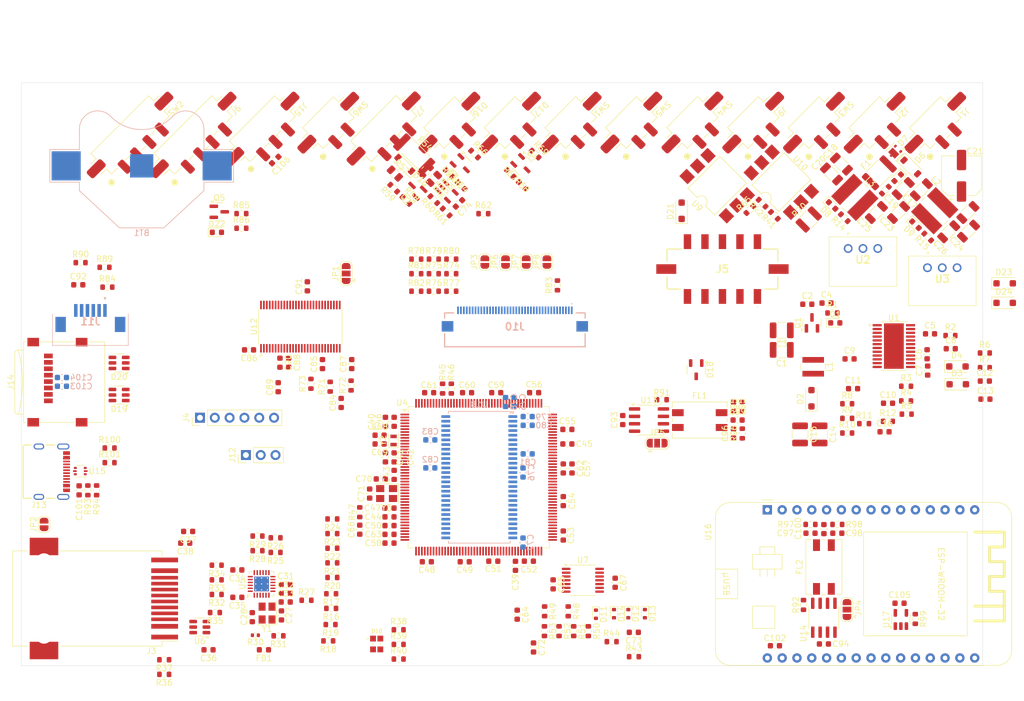
<source format=kicad_pcb>
(kicad_pcb
	(version 20241229)
	(generator "pcbnew")
	(generator_version "9.0")
	(general
		(thickness 1.6)
		(legacy_teardrops no)
	)
	(paper "A4")
	(layers
		(0 "F.Cu" signal)
		(4 "In1.Cu" power)
		(6 "In2.Cu" power)
		(2 "B.Cu" signal)
		(9 "F.Adhes" user "F.Adhesive")
		(11 "B.Adhes" user "B.Adhesive")
		(13 "F.Paste" user)
		(15 "B.Paste" user)
		(5 "F.SilkS" user "F.Silkscreen")
		(7 "B.SilkS" user "B.Silkscreen")
		(1 "F.Mask" user)
		(3 "B.Mask" user)
		(17 "Dwgs.User" user "User.Drawings")
		(19 "Cmts.User" user "User.Comments")
		(21 "Eco1.User" user "User.Eco1")
		(23 "Eco2.User" user "User.Eco2")
		(25 "Edge.Cuts" user)
		(27 "Margin" user)
		(31 "F.CrtYd" user "F.Courtyard")
		(29 "B.CrtYd" user "B.Courtyard")
		(35 "F.Fab" user)
		(33 "B.Fab" user)
		(39 "User.1" user)
		(41 "User.2" user)
		(43 "User.3" user)
		(45 "User.4" user)
		(47 "User.5" user)
		(49 "User.6" user)
		(51 "User.7" user)
		(53 "User.8" user)
		(55 "User.9" user)
	)
	(setup
		(stackup
			(layer "F.SilkS"
				(type "Top Silk Screen")
			)
			(layer "F.Paste"
				(type "Top Solder Paste")
			)
			(layer "F.Mask"
				(type "Top Solder Mask")
				(thickness 0.01)
			)
			(layer "F.Cu"
				(type "copper")
				(thickness 0.035)
			)
			(layer "dielectric 1"
				(type "prepreg")
				(thickness 0.1)
				(material "FR4")
				(epsilon_r 4.5)
				(loss_tangent 0.02)
			)
			(layer "In1.Cu"
				(type "copper")
				(thickness 0.035)
			)
			(layer "dielectric 2"
				(type "core")
				(thickness 1.24)
				(material "FR4")
				(epsilon_r 4.5)
				(loss_tangent 0.02)
			)
			(layer "In2.Cu"
				(type "copper")
				(thickness 0.035)
			)
			(layer "dielectric 3"
				(type "prepreg")
				(thickness 0.1)
				(material "FR4")
				(epsilon_r 4.5)
				(loss_tangent 0.02)
			)
			(layer "B.Cu"
				(type "copper")
				(thickness 0.035)
			)
			(layer "B.Mask"
				(type "Bottom Solder Mask")
				(thickness 0.01)
			)
			(layer "B.Paste"
				(type "Bottom Solder Paste")
			)
			(layer "B.SilkS"
				(type "Bottom Silk Screen")
			)
			(copper_finish "None")
			(dielectric_constraints no)
		)
		(pad_to_mask_clearance 0)
		(allow_soldermask_bridges_in_footprints no)
		(tenting front back)
		(pcbplotparams
			(layerselection 0x00000000_00000000_55555555_5755f5ff)
			(plot_on_all_layers_selection 0x00000000_00000000_00000000_00000000)
			(disableapertmacros no)
			(usegerberextensions no)
			(usegerberattributes yes)
			(usegerberadvancedattributes yes)
			(creategerberjobfile yes)
			(dashed_line_dash_ratio 12.000000)
			(dashed_line_gap_ratio 3.000000)
			(svgprecision 4)
			(plotframeref no)
			(mode 1)
			(useauxorigin no)
			(hpglpennumber 1)
			(hpglpenspeed 20)
			(hpglpendiameter 15.000000)
			(pdf_front_fp_property_popups yes)
			(pdf_back_fp_property_popups yes)
			(pdf_metadata yes)
			(pdf_single_document no)
			(dxfpolygonmode yes)
			(dxfimperialunits yes)
			(dxfusepcbnewfont yes)
			(psnegative no)
			(psa4output no)
			(plot_black_and_white yes)
			(plotinvisibletext no)
			(sketchpadsonfab no)
			(plotpadnumbers no)
			(hidednponfab no)
			(sketchdnponfab yes)
			(crossoutdnponfab yes)
			(subtractmaskfromsilk no)
			(outputformat 1)
			(mirror no)
			(drillshape 1)
			(scaleselection 1)
			(outputdirectory "")
		)
	)
	(net 0 "")
	(net 1 "+3V3_FER")
	(net 2 "Earth")
	(net 3 "/Ethernet/LED_G")
	(net 4 "/Ethernet/LED_Y")
	(net 5 "GND")
	(net 6 "+3V3")
	(net 7 "+5V")
	(net 8 "/Power/3V3_Display")
	(net 9 "Net-(C5-Pad2)")
	(net 10 "Net-(U1-COMP)")
	(net 11 "Net-(U1-C1+)")
	(net 12 "Net-(U1-C1-)")
	(net 13 "Net-(U1-C2+)")
	(net 14 "Net-(U1-C2-)")
	(net 15 "Net-(U1-DRV)")
	(net 16 "Net-(U1-FB1)")
	(net 17 "Net-(U1-REF)")
	(net 18 "Net-(U1-VCOMIN)")
	(net 19 "+24V")
	(net 20 "Net-(U3-VI)")
	(net 21 "Net-(U2-VI)")
	(net 22 "/Peripherals/V_{ref}")
	(net 23 "Net-(D1-A)")
	(net 24 "Net-(D15-K)")
	(net 25 "/IEC_Charging_Circuit/CP")
	(net 26 "/IEC_Charging_Circuit/PP")
	(net 27 "Net-(J10-Pin_1)")
	(net 28 "/Core/EV_Start_Charging")
	(net 29 "/Display/LCD_VGL")
	(net 30 "Net-(Q1-B)")
	(net 31 "Net-(Q2-G)")
	(net 32 "Net-(U1-FB3)")
	(net 33 "Net-(U1-FB2)")
	(net 34 "/IEC_Charging_Circuit/PWM_SENSE")
	(net 35 "/Core/Charging_Point_PWM")
	(net 36 "/Core/~{IMD_Error_LED}")
	(net 37 "/SDRAM/D9")
	(net 38 "/SDRAM/A11")
	(net 39 "/Core/~{AMS_Error_LED}")
	(net 40 "/SDRAM/D0")
	(net 41 "unconnected-(U4B-PC13-Pad8)")
	(net 42 "unconnected-(U4B-PD4-Pad146)")
	(net 43 "/Core/PCAP_RST")
	(net 44 "/Display/B5")
	(net 45 "unconnected-(U4B-PI8-Pad7)")
	(net 46 "/SDRAM/D14")
	(net 47 "/SDRAM/D2")
	(net 48 "/SDRAM/D4")
	(net 49 "/Core/OSC_in")
	(net 50 "/Core/SWCLK")
	(net 51 "unconnected-(U4B-PG3-Pad107)")
	(net 52 "/Display/R2")
	(net 53 "/SDRAM/A3")
	(net 54 "/SDRAM/D13")
	(net 55 "/Core/LCD_Reset")
	(net 56 "/Display/R0")
	(net 57 "/SDRAM/A2")
	(net 58 "/Display/R7")
	(net 59 "/Display/B4")
	(net 60 "/Core/AMS_Reset_in")
	(net 61 "/Core/AMS_Reset_out")
	(net 62 "/Core/SDC_out")
	(net 63 "/SDRAM/A0")
	(net 64 "unconnected-(U4B-PF8-Pad26)")
	(net 65 "/SDRAM/SDNE0")
	(net 66 "/Core/SWDIO")
	(net 67 "/SDRAM/A10")
	(net 68 "unconnected-(U4B-PC10-Pad139)")
	(net 69 "/Display/G0")
	(net 70 "/SDRAM/BA0")
	(net 71 "/Ethernet/RMII_TX_EN")
	(net 72 "/Core/NRST")
	(net 73 "/SDRAM/D12")
	(net 74 "/SDRAM/NBL0")
	(net 75 "/Display/B0")
	(net 76 "/Core/RMII_nRST")
	(net 77 "/Display/G2")
	(net 78 "/Display/R1")
	(net 79 "unconnected-(U4B-PI9-Pad11)")
	(net 80 "/SDRAM/SDNWE")
	(net 81 "/Ethernet/RMII_RXD1")
	(net 82 "/SDRAM/A9")
	(net 83 "/SDRAM/D11")
	(net 84 "unconnected-(U4B-PI6-Pad175)")
	(net 85 "/Display/DE")
	(net 86 "/Display/G3")
	(net 87 "/Display/CLK")
	(net 88 "/Peripherals/USART_RX")
	(net 89 "unconnected-(U4B-PB5-Pad163)")
	(net 90 "unconnected-(U4B-PI3-Pad134)")
	(net 91 "/Peripherals/USB_OTG_VBUS")
	(net 92 "/SDRAM/A4")
	(net 93 "/Display/B3")
	(net 94 "/Peripherals/SDMMC_D0")
	(net 95 "/SDRAM/D15")
	(net 96 "/SDRAM/D3")
	(net 97 "/Display/G4")
	(net 98 "/SDRAM/A7")
	(net 99 "/SDRAM/A12")
	(net 100 "Net-(U4F-BOOT0)")
	(net 101 "unconnected-(U4B-PD7-Pad151)")
	(net 102 "/Display/G7")
	(net 103 "/Core/LED_B")
	(net 104 "/Ethernet/RMII_MDIO")
	(net 105 "/Display/G1")
	(net 106 "/Display/R6")
	(net 107 "/SDRAM/D6")
	(net 108 "/SDRAM/A1")
	(net 109 "/SDRAM/D8")
	(net 110 "/Display/B6")
	(net 111 "/Display/R4")
	(net 112 "/Core/OSC_out")
	(net 113 "unconnected-(U4B-PA15-Pad138)")
	(net 114 "/SDRAM/A5")
	(net 115 "/Display/G6")
	(net 116 "/Peripherals/ESP_RX")
	(net 117 "unconnected-(U4B-PF9-Pad27)")
	(net 118 "/Display/G5")
	(net 119 "/Core/LED_G")
	(net 120 "/Display/R5")
	(net 121 "unconnected-(U4B-PE2-Pad1)")
	(net 122 "/Ethernet/RMII_TXD1")
	(net 123 "/SDRAM/D5")
	(net 124 "/Peripherals/SDMMC_CMD")
	(net 125 "/SDRAM/D1")
	(net 126 "Net-(U4A-VREF+)")
	(net 127 "/Display/B1")
	(net 128 "/Display/B7")
	(net 129 "unconnected-(U4B-PD11-Pad99)")
	(net 130 "/Ethernet/RMII_MDC")
	(net 131 "unconnected-(U4B-PE3-Pad2)")
	(net 132 "/Core/OSC32_in")
	(net 133 "/SDRAM/SDCLK")
	(net 134 "/Peripherals/USART_TX")
	(net 135 "unconnected-(U4B-PA10-Pad121)")
	(net 136 "/Core/LED_R")
	(net 137 "/SDRAM/SDCKE0")
	(net 138 "/Ethernet/RMII_RXD0")
	(net 139 "unconnected-(U4B-PC11-Pad140)")
	(net 140 "/Ethernet/RMII_CRS_DV")
	(net 141 "/Core/TRACESWO")
	(net 142 "/Display/HSYNC")
	(net 143 "/Ethernet/RMII_TXD0")
	(net 144 "/SDRAM/D10")
	(net 145 "/SDRAM/SDNCAS")
	(net 146 "/Display/R3")
	(net 147 "/Core/OSC32_out")
	(net 148 "/Display/VSYNC")
	(net 149 "/SDRAM/D7")
	(net 150 "unconnected-(U4B-PG9-Pad152)")
	(net 151 "/SDRAM/BA1")
	(net 152 "/SDRAM/SDNRAS")
	(net 153 "/SDRAM/A6")
	(net 154 "/SDRAM/NBL1")
	(net 155 "/Display/B2")
	(net 156 "/Ethernet/RMII_REF_CLK")
	(net 157 "/SDRAM/A8")
	(net 158 "unconnected-(U4B-PB2-Pad58)")
	(net 159 "/Ethernet/XTAL2")
	(net 160 "/Ethernet/XTAL1")
	(net 161 "/Peripherals/ESP_TX")
	(net 162 "/Peripherals/STM_CAN_TX")
	(net 163 "/Peripherals/STM_CAN_RX")
	(net 164 "/Peripherals/SDMMC_CK")
	(net 165 "/Peripherals/ESP_CAN_RX")
	(net 166 "/SDC_and_SCS/RSD_in")
	(net 167 "/SDC_and_SCS/RSD_out")
	(net 168 "/Core/CANH")
	(net 169 "/Core/CANL")
	(net 170 "/Peripherals/ESP_CAN_TX")
	(net 171 "/Display/LCD_VGH")
	(net 172 "Net-(D5-A)")
	(net 173 "Net-(D9-A)")
	(net 174 "/Core/SDC_in")
	(net 175 "Net-(Q3-G)")
	(net 176 "Net-(Q4-G)")
	(net 177 "/Core/SDC_enable")
	(net 178 "/Display/I2C_SDA")
	(net 179 "/Display/I2C_SCL")
	(net 180 "/Display/LCD_SELB")
	(net 181 "VDD")
	(net 182 "/Display/LCD_STBYB")
	(net 183 "Net-(J1-Pin_1)")
	(net 184 "/Display/LCD_U{slash}D")
	(net 185 "/Display/LCD_L{slash}R")
	(net 186 "/Display/RXIN0-")
	(net 187 "/Display/RXCLKIN+")
	(net 188 "/Display/RXIN0+")
	(net 189 "/Display/RXIN2-")
	(net 190 "/Display/RXIN1-")
	(net 191 "/Display/RXIN2+")
	(net 192 "/Display/RXIN3+")
	(net 193 "/Display/RXIN3-")
	(net 194 "/Display/RXIN1+")
	(net 195 "/Display/RXCLKIN-")
	(net 196 "Net-(J2-Pin_1)")
	(net 197 "Net-(U4F-PDR_ON)")
	(net 198 "/Peripherals/SDMMC_D1")
	(net 199 "/Peripherals/SDMMC_D2")
	(net 200 "/Peripherals/SDMMC_D3")
	(net 201 "/Core/SDC_Voltage")
	(net 202 "/Core/TSAL_Green")
	(net 203 "/Core/TS_on")
	(net 204 "/Peripherals/USB_OTG_DP")
	(net 205 "/Peripherals/USB_OTG_DN")
	(net 206 "/Peripherals/D-")
	(net 207 "/Peripherals/D+")
	(net 208 "/Core/PCAP_Int")
	(net 209 "/Display/LCD_VDD")
	(net 210 "/Core/Encoder_push")
	(net 211 "/Core/Encoder_A")
	(net 212 "/Core/Encoder_B")
	(net 213 "/Ethernet/RXN")
	(net 214 "/Ethernet/TXN")
	(net 215 "/Ethernet/RXP")
	(net 216 "/Ethernet/TXP")
	(net 217 "/Core/SDC_on")
	(net 218 "/Core/EncB_on")
	(net 219 "/Core/EncPush_on")
	(net 220 "/Core/EncA_on")
	(net 221 "Net-(D16-A)")
	(net 222 "Net-(D16-K)")
	(net 223 "Net-(D17-K)")
	(net 224 "Net-(D17-A)")
	(net 225 "/Display/LCD_AVDD")
	(net 226 "/Display/VCOM")
	(net 227 "Net-(D7-K)")
	(net 228 "unconnected-(U4B-PH9-Pad86)")
	(net 229 "unconnected-(U4B-PH6-Pad83)")
	(net 230 "unconnected-(U4B-PH7-Pad84)")
	(net 231 "Net-(D3-A)")
	(net 232 "Net-(J13-CC2)")
	(net 233 "Net-(U5-VDDCR)")
	(net 234 "Net-(C39-Pad1)")
	(net 235 "Net-(C45-Pad1)")
	(net 236 "Net-(D11-K)")
	(net 237 "Net-(D12-K)")
	(net 238 "Net-(D13-K)")
	(net 239 "Net-(D14-K)")
	(net 240 "Net-(U15-VBUS)")
	(net 241 "Net-(D2-A)")
	(net 242 "Net-(D8-A)")
	(net 243 "Net-(D10-BK)")
	(net 244 "Net-(D10-GK)")
	(net 245 "Net-(D10-RK)")
	(net 246 "Net-(D11-A)")
	(net 247 "Net-(U13-CANH)")
	(net 248 "Net-(U13-CANL)")
	(net 249 "Net-(U14-CANH)")
	(net 250 "Net-(U14-CANL)")
	(net 251 "Net-(J3-Pad11)")
	(net 252 "Net-(J3-Pad2)")
	(net 253 "unconnected-(J3-NC-Pad9)")
	(net 254 "Net-(J5-Pin_2)")
	(net 255 "Net-(J13-CC1)")
	(net 256 "unconnected-(J10-Pin_27-Pad27)")
	(net 257 "unconnected-(J10-Pin_36-Pad36)")
	(net 258 "Net-(J10-Pin_35)")
	(net 259 "unconnected-(J10-Pin_24-Pad24)")
	(net 260 "unconnected-(J10-Pin_26-Pad26)")
	(net 261 "unconnected-(J10-Pin_4-Pad4)")
	(net 262 "Net-(J10-Pin_38)")
	(net 263 "unconnected-(J10-Pin_23-Pad23)")
	(net 264 "Net-(J10-Pin_29)")
	(net 265 "unconnected-(J10-Pin_37-Pad37)")
	(net 266 "unconnected-(J13-SBU2-PadB8)")
	(net 267 "unconnected-(J13-SBU1-PadA8)")
	(net 268 "Net-(Q2-D)")
	(net 269 "Net-(R29-Pad1)")
	(net 270 "Net-(J15-Pin_2)")
	(net 271 "Net-(JP4-C)")
	(net 272 "Net-(JP5-C)")
	(net 273 "Net-(R3-Pad2)")
	(net 274 "Net-(R8-Pad2)")
	(net 275 "Net-(U5-TXD0)")
	(net 276 "Net-(U5-TXD1)")
	(net 277 "Net-(U5-TXEN)")
	(net 278 "Net-(U5-RXD0{slash}MODE0)")
	(net 279 "Net-(U5-RXD1{slash}MODE1)")
	(net 280 "Net-(U5-CRS_DV{slash}MODE2)")
	(net 281 "Net-(U5-MDIO)")
	(net 282 "Net-(U5-MDC)")
	(net 283 "Net-(U5-~{INT}{slash}REFCLKO)")
	(net 284 "Net-(U5-RXER{slash}PHYAD0)")
	(net 285 "Net-(U5-RBIAS)")
	(net 286 "Net-(U8--)")
	(net 287 "Net-(R65-Pad1)")
	(net 288 "Net-(R70-Pad2)")
	(net 289 "Net-(U12-CLKSEL)")
	(net 290 "Net-(U12-~{SHTDN})")
	(net 291 "Net-(R74-Pad2)")
	(net 292 "Net-(R75-Pad2)")
	(net 293 "Net-(U13-Rs)")
	(net 294 "Net-(U14-Rs)")
	(net 295 "Net-(U16-D21)")
	(net 296 "unconnected-(U7-Pad12)")
	(net 297 "unconnected-(U7-Pad10)")
	(net 298 "unconnected-(U9-Pad3)")
	(net 299 "unconnected-(U10-Pad3)")
	(net 300 "unconnected-(U10-Pad5)")
	(net 301 "unconnected-(U16-D26-Pad7)")
	(net 302 "unconnected-(U16-D2-Pad27)")
	(net 303 "unconnected-(U16-VIN-Pad1)")
	(net 304 "unconnected-(U16-D34-Pad12)")
	(net 305 "unconnected-(U16-D39{slash}VN-Pad13)")
	(net 306 "unconnected-(U16-D19-Pad21)")
	(net 307 "unconnected-(U16-D36{slash}VP-Pad14)")
	(net 308 "unconnected-(U16-TX0{slash}D1-Pad18)")
	(net 309 "unconnected-(U16-D14-Pad5)")
	(net 310 "unconnected-(U16-D25-Pad8)")
	(net 311 "unconnected-(U16-D15-Pad28)")
	(net 312 "unconnected-(U16-D13-Pad3)")
	(net 313 "unconnected-(U16-D23-Pad16)")
	(net 314 "unconnected-(U16-D27-Pad6)")
	(net 315 "unconnected-(U16-EN-Pad15)")
	(net 316 "unconnected-(U16-D33-Pad9)")
	(net 317 "unconnected-(U16-D22-Pad17)")
	(net 318 "unconnected-(U16-D35-Pad11)")
	(net 319 "unconnected-(U16-D18-Pad22)")
	(net 320 "unconnected-(U16-D12-Pad4)")
	(net 321 "unconnected-(U16-D32-Pad10)")
	(net 322 "unconnected-(U16-RX0{slash}D3-Pad19)")
	(net 323 "unconnected-(U17-NC-Pad1)")
	(net 324 "Net-(BT1-+)")
	(net 325 "VBAT")
	(net 326 "Net-(D22-A)")
	(net 327 "Net-(Q5-G)")
	(net 328 "unconnected-(U18-NC-Pad40)")
	(net 329 "unconnected-(U18-NC-Pad36)")
	(footprint "Capacitor_SMD:C_1206_3216Metric" (layer "F.Cu") (at 218 62.3 45))
	(footprint "Capacitor_SMD:C_0603_1608Metric" (layer "F.Cu") (at 206.3 96.41))
	(footprint "Package_SO:SOIC-8_3.9x4.9mm_P1.27mm" (layer "F.Cu") (at 201.29 135.7 90))
	(footprint "Resistor_SMD:R_0603_1608Metric" (layer "F.Cu") (at 73.825 74.8))
	(footprint "Resistor_SMD:R_0603_1608Metric" (layer "F.Cu") (at 107.265 121.99 180))
	(footprint "Capacitor_SMD:C_0603_1608Metric" (layer "F.Cu") (at 108.01 91.9625 -90))
	(footprint "Capacitor_SMD:C_1206_3216Metric" (layer "F.Cu") (at 226.1 69.4 45))
	(footprint "Capacitor_SMD:C_0603_1608Metric" (layer "F.Cu") (at 154.862501 129.975 -90))
	(footprint "Resistor_SMD:R_0603_1608Metric" (layer "F.Cu") (at 137.4 79.7))
	(footprint "Package_TO_SOT_SMD:SOT-23" (layer "F.Cu") (at 97.6 66.085))
	(footprint "Jumper:SolderJumper-2_P1.3mm_Open_RoundedPad1.0x1.5mm" (layer "F.Cu") (at 146.7 74.7 90))
	(footprint "Capacitor_SMD:C_0603_1608Metric" (layer "F.Cu") (at 211.7 103.81))
	(footprint "Charger:ESP32-WROOM-32-DevKit-30Pin" (layer "F.Cu") (at 191.6 117.2 -90))
	(footprint "LED_SMD:LED_0603_1608Metric" (layer "F.Cu") (at 97.2 69.6))
	(footprint "Inductor_SMD:L_Wuerth_WE-PD2-Typ-MS" (layer "F.Cu") (at 206.6 63.6 -45))
	(footprint "Package_TO_SOT_SMD:SOT-23-3" (layer "F.Cu") (at 149.578751 58.078751 -45))
	(footprint "Resistor_SMD:R_0603_1608Metric" (layer "F.Cu") (at 97.165 131.71 180))
	(footprint "Package_DIP:SMDIP-6_W9.53mm" (layer "F.Cu") (at 183 61.6 135))
	(footprint "FaSTTUBe_connectors:Micro_Mate-N-Lok_2p_vertical" (layer "F.Cu") (at 220.4 50.8 -135))
	(footprint "Resistor_SMD:R_0603_1608Metric" (layer "F.Cu") (at 187.3 99.5 90))
	(footprint "Resistor_SMD:R_0603_1608Metric" (layer "F.Cu") (at 78.8 106.59))
	(footprint "Diode_SMD:D_SOD-123" (layer "F.Cu") (at 216.2 58.4 -45))
	(footprint "Jumper:SolderJumper-2_P1.3mm_Open_RoundedPad1.0x1.5mm" (layer "F.Cu") (at 143.15 74.7 90))
	(footprint "Inductor_SMD:L_0603_1608Metric" (layer "F.Cu") (at 105.265 141.2 180))
	(footprint "Resistor_SMD:R_0603_1608Metric" (layer "F.Cu") (at 75.07 113.85 -90))
	(footprint "Inductor_SMD:L_Wuerth_WE-PD2-Typ-MS" (layer "F.Cu") (at 220.3 65.9 45))
	(footprint "LED_SMD:LED_0603_1608Metric" (layer "F.Cu") (at 213.956847 60.243153 -135))
	(footprint "Capacitor_SMD:CP_Elec_6.3x7.7" (layer "F.Cu") (at 224.9 59.9 90))
	(footprint "Capacitor_SMD:C_0603_1608Metric" (layer "F.Cu") (at 203.6 121.2))
	(footprint "LED_SMD:LED_0603_1608Metric" (layer "F.Cu") (at 203.25 85.135))
	(footprint "Resistor_SMD:R_0603_1608Metric" (layer "F.Cu") (at 88.165 145.41 180))
	(footprint "Resistor_SMD:R_0603_1608Metric" (layer "F.Cu") (at 139.078751 61.578751 -45))
	(footprint "Capacitor_SMD:C_1210_3225Metric" (layer "F.Cu") (at 194.0625 86.41 180))
	(footprint "Resistor_SMD:R_0603_1608Metric" (layer "F.Cu") (at 228.9 90.3))
	(footprint "Resistor_SMD:R_0603_1608Metric" (layer "F.Cu") (at 101.4 68.9))
	(footprint "Resistor_SMD:R_0603_1608Metric" (layer "F.Cu") (at 147.478751 59.478751 -45))
	(footprint "Capacitor_SMD:C_0603_1608Metric" (layer "F.Cu") (at 126.8 116.9))
	(footprint "Charger:173010542"
		(layer "F.Cu")
		(uuid "27b92a46-492c-47de-af5f-c8a155909f96")
		(at 208 74.3)
		(descr "173010542")
		(tags "Power Supply")
		(property "Reference" "U2"
			(at 0 0 0)
			(layer "F.SilkS")
			(uuid "e040ebed-e302-45d7-9698-5d74766e84b4")
			(effects
				(font
					(size 1.27 1.27)
					(thickness 0.254)
				)
			)
		)
		(property "Value" "173010342"
			(at 0 0 0)
			(layer "F.SilkS")
			(hide yes)
			(uuid "9343c9c0-096c-4789-b157-02ebab606245")
			(effects
				(font
					(size 1.27 1.27)
					(thickness 0.254)
				)
			)
		)
		(property "Datasheet" "https://www.we-online.com/components/products/datasheet/173010342.pdf"
			(at 0 0 0)
			(layer "F.Fab")
			(hide yes)
			(uuid "ba0d8f4
... [1257300 chars truncated]
</source>
